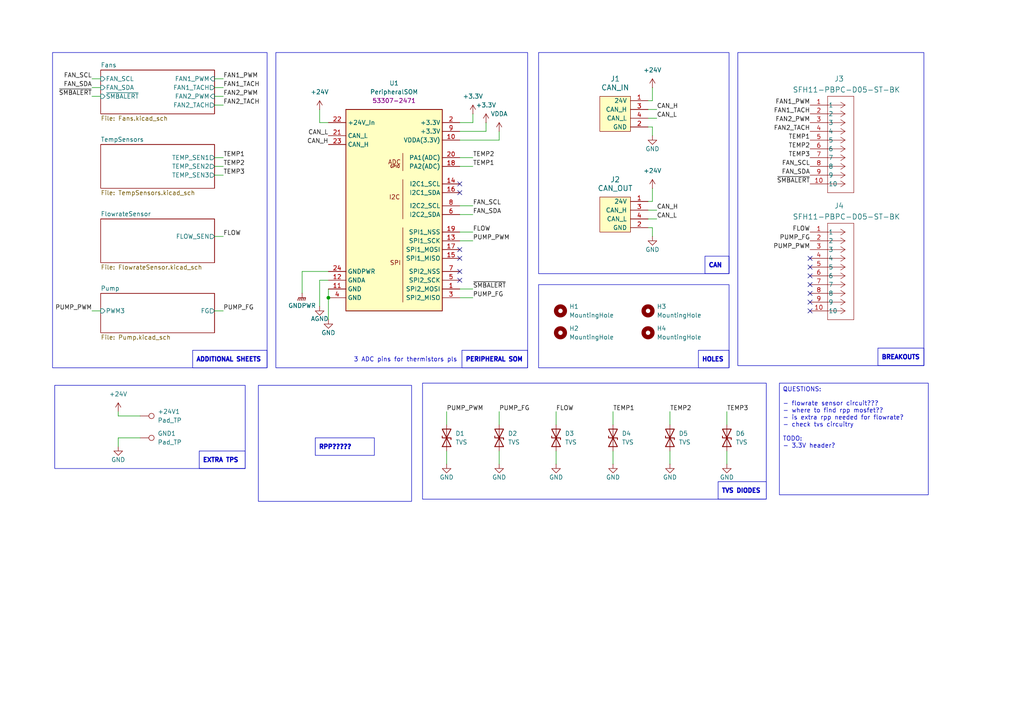
<source format=kicad_sch>
(kicad_sch (version 20250114) (generator "eeschema") (generator_version "9.0")
  (paper "A4")
  (lib_symbols
    (symbol "+3.3V_1" (power) (pin_numbers (hide yes)) (pin_names (offset 0) (hide yes))
      (property "Value" "+3.3V" (at 0 3.556 0))
      (symbol "+3.3V_1_0_1"
        (polyline (pts (xy -0.762 1.27) (xy 0 2.54)))
        (polyline (pts (xy 0 2.54) (xy 0.762 1.27)))
        (polyline (pts (xy 0 0) (xy 0 2.54)))
      )
      (symbol "+3.3V_1_1_1"
        (pin power_in line (at 0 0 90) (length 0) (name "~") (number "1"))
      )
    )
    (symbol "Connector:TestPoint" (pin_numbers (hide yes)) (pin_names (offset 0.762) (hide yes))
      (property "Reference" "TP" (at 0 6.858 0))
      (property "Value" "TestPoint" (at 0 5.08 0))
      (symbol "TestPoint_0_1"
        (circle (center 0 3.302) (radius 0.762))
      )
      (symbol "TestPoint_1_1"
        (pin passive line (at 0 0 90) (length 2.54) (name "1") (number "1"))
      )
    )
    (symbol "Device:D_TVS" (pin_numbers (hide yes)) (pin_names (offset 1.016) (hide yes))
      (property "Reference" "D" (at 0 2.54 0))
      (property "Value" "D_TVS" (at 0 -2.54 0))
      (symbol "D_TVS_0_1"
        (polyline (pts (xy -2.54 1.27) (xy -2.54 -1.27) (xy 2.54 1.27) (xy 2.54 -1.27) (xy -2.54 1.27)) (stroke (width 0.254)))
        (polyline (pts (xy 0.508 1.27) (xy 0 1.27) (xy 0 -1.27) (xy -0.508 -1.27)) (stroke (width 0.254)))
        (polyline (pts (xy 1.27 0) (xy -1.27 0)))
      )
      (symbol "D_TVS_1_1"
        (pin passive line (at -3.81 0 0) (length 2.54) (name "A1") (number "1"))
        (pin passive line (at 3.81 0 180) (length 2.54) (name "A2") (number "2"))
      )
    )
    (symbol "Mechanical:MountingHole" (pin_names (offset 1.016)) (exclude_from_sim yes) (in_bom no)
      (property "Reference" "H" (at 0 5.08 0))
      (property "Value" "MountingHole" (at 0 3.175 0))
      (symbol "MountingHole_0_1"
        (circle (center 0 0) (radius 1.27) (stroke (width 1.27)))
      )
    )
    (symbol "UTSVT_Connectors:SFH11-PBPC-D05-ST-BK" (pin_names (offset 0.254))
      (property "Reference" "J" (at 8.89 6.35 0))
      (property "Value" "SFH11-PBPC-D05-ST-BK" (at 0 0 0))
      (symbol "SFH11-PBPC-D05-ST-BK_1_1"
        (polyline (pts (xy 5.08 2.54) (xy 5.08 -25.4)) (stroke (width 0.127)))
        (polyline (pts (xy 5.08 -25.4) (xy 12.7 -25.4)) (stroke (width 0.127)))
        (polyline (pts (xy 10.16 0) (xy 5.08 0)) (stroke (width 0.127)))
        (polyline (pts (xy 10.16 0) (xy 8.89 0.8467)) (stroke (width 0.127)))
        (polyline (pts (xy 10.16 0) (xy 8.89 -0.8467)) (stroke (width 0.127)))
        (polyline (pts (xy 10.16 -2.54) (xy 5.08 -2.54)) (stroke (width 0.127)))
        (polyline (pts (xy 10.16 -2.54) (xy 8.89 -1.6933)) (stroke (width 0.127)))
        (polyline (pts (xy 10.16 -2.54) (xy 8.89 -3.3867)) (stroke (width 0.127)))
        (polyline (pts (xy 10.16 -5.08) (xy 5.08 -5.08)) (stroke (width 0.127)))
        (polyline (pts (xy 10.16 -5.08) (xy 8.89 -4.2333)) (stroke (width 0.127)))
        (polyline (pts (xy 10.16 -5.08) (xy 8.89 -5.9267)) (stroke (width 0.127)))
        (polyline (pts (xy 10.16 -7.62) (xy 5.08 -7.62)) (stroke (width 0.127)))
        (polyline (pts (xy 10.16 -7.62) (xy 8.89 -6.7733)) (stroke (width 0.127)))
        (polyline (pts (xy 10.16 -7.62) (xy 8.89 -8.4667)) (stroke (width 0.127)))
        (polyline (pts (xy 10.16 -10.16) (xy 5.08 -10.16)) (stroke (width 0.127)))
        (polyline (pts (xy 10.16 -10.16) (xy 8.89 -9.3133)) (stroke (width 0.127)))
        (polyline (pts (xy 10.16 -10.16) (xy 8.89 -11.0067)) (stroke (width 0.127)))
        (polyline (pts (xy 10.16 -12.7) (xy 5.08 -12.7)) (stroke (width 0.127)))
        (polyline (pts (xy 10.16 -12.7) (xy 8.89 -11.8533)) (stroke (width 0.127)))
        (polyline (pts (xy 10.16 -12.7) (xy 8.89 -13.5467)) (stroke (width 0.127)))
        (polyline (pts (xy 10.16 -15.24) (xy 5.08 -15.24)) (stroke (width 0.127)))
        (polyline (pts (xy 10.16 -15.24) (xy 8.89 -14.3933)) (stroke (width 0.127)))
        (polyline (pts (xy 10.16 -15.24) (xy 8.89 -16.0867)) (stroke (width 0.127)))
        (polyline (pts (xy 10.16 -17.78) (xy 5.08 -17.78)) (stroke (width 0.127)))
        (polyline (pts (xy 10.16 -17.78) (xy 8.89 -16.9333)) (stroke (width 0.127)))
        (polyline (pts (xy 10.16 -17.78) (xy 8.89 -18.6267)) (stroke (width 0.127)))
        (polyline (pts (xy 10.16 -20.32) (xy 5.08 -20.32)) (stroke (width 0.127)))
        (polyline (pts (xy 10.16 -20.32) (xy 8.89 -19.4733)) (stroke (width 0.127)))
        (polyline (pts (xy 10.16 -20.32) (xy 8.89 -21.1667)) (stroke (width 0.127)))
        (polyline (pts (xy 10.16 -22.86) (xy 5.08 -22.86)) (stroke (width 0.127)))
        (polyline (pts (xy 10.16 -22.86) (xy 8.89 -22.0133)) (stroke (width 0.127)))
        (polyline (pts (xy 10.16 -22.86) (xy 8.89 -23.7067)) (stroke (width 0.127)))
        (polyline (pts (xy 12.7 2.54) (xy 5.08 2.54)) (stroke (width 0.127)))
        (polyline (pts (xy 12.7 -25.4) (xy 12.7 2.54)) (stroke (width 0.127)))
        (pin unspecified line (at 0 0 0) (length 5.08) (name "1") (number "1"))
        (pin unspecified line (at 0 -2.54 0) (length 5.08) (name "2") (number "2"))
        (pin unspecified line (at 0 -5.08 0) (length 5.08) (name "3") (number "3"))
        (pin unspecified line (at 0 -7.62 0) (length 5.08) (name "4") (number "4"))
        (pin unspecified line (at 0 -10.16 0) (length 5.08) (name "5") (number "5"))
        (pin unspecified line (at 0 -12.7 0) (length 5.08) (name "6") (number "6"))
        (pin unspecified line (at 0 -15.24 0) (length 5.08) (name "7") (number "7"))
        (pin unspecified line (at 0 -17.78 0) (length 5.08) (name "8") (number "8"))
        (pin unspecified line (at 0 -20.32 0) (length 5.08) (name "9") (number "9"))
        (pin unspecified line (at 0 -22.86 0) (length 5.08) (name "10") (number "10"))
      )
      (symbol "SFH11-PBPC-D05-ST-BK_1_2"
        (polyline (pts (xy 5.08 2.54) (xy 5.08 -25.4)) (stroke (width 0.127)))
        (polyline (pts (xy 5.08 -25.4) (xy 12.7 -25.4)) (stroke (width 0.127)))
        (polyline (pts (xy 7.62 0) (xy 5.08 0)) (stroke (width 0.127)))
        (polyline (pts (xy 7.62 0) (xy 8.89 0.8467)) (stroke (width 0.127)))
        (polyline (pts (xy 7.62 0) (xy 8.89 -0.8467)) (stroke (width 0.127)))
        (polyline (pts (xy 7.62 -2.54) (xy 5.08 -2.54)) (stroke (width 0.127)))
        (polyline (pts (xy 7.62 -2.54) (xy 8.89 -1.6933)) (stroke (width 0.127)))
        (polyline (pts (xy 7.62 -2.54) (xy 8.89 -3.3867)) (stroke (width 0.127)))
        (polyline (pts (xy 7.62 -5.08) (xy 5.08 -5.08)) (stroke (width 0.127)))
        (polyline (pts (xy 7.62 -5.08) (xy 8.89 -4.2333)) (stroke (width 0.127)))
        (polyline (pts (xy 7.62 -5.08) (xy 8.89 -5.9267)) (stroke (width 0.127)))
        (polyline (pts (xy 7.62 -7.62) (xy 5.08 -7.62)) (stroke (width 0.127)))
        (polyline (pts (xy 7.62 -7.62) (xy 8.89 -6.7733)) (stroke (width 0.127)))
        (polyline (pts (xy 7.62 -7.62) (xy 8.89 -8.4667)) (stroke (width 0.127)))
        (polyline (pts (xy 7.62 -10.16) (xy 5.08 -10.16)) (stroke (width 0.127)))
        (polyline (pts (xy 7.62 -10.16) (xy 8.89 -9.3133)) (stroke (width 0.127)))
        (polyline (pts (xy 7.62 -10.16) (xy 8.89 -11.0067)) (stroke (width 0.127)))
        (polyline (pts (xy 7.62 -12.7) (xy 5.08 -12.7)) (stroke (width 0.127)))
        (polyline (pts (xy 7.62 -12.7) (xy 8.89 -11.8533)) (stroke (width 0.127)))
        (polyline (pts (xy 7.62 -12.7) (xy 8.89 -13.5467)) (stroke (width 0.127)))
        (polyline (pts (xy 7.62 -15.24) (xy 5.08 -15.24)) (stroke (width 0.127)))
        (polyline (pts (xy 7.62 -15.24) (xy 8.89 -14.3933)) (stroke (width 0.127)))
        (polyline (pts (xy 7.62 -15.24) (xy 8.89 -16.0867)) (stroke (width 0.127)))
        (polyline (pts (xy 7.62 -17.78) (xy 5.08 -17.78)) (stroke (width 0.127)))
        (polyline (pts (xy 7.62 -17.78) (xy 8.89 -16.9333)) (stroke (width 0.127)))
        (polyline (pts (xy 7.62 -17.78) (xy 8.89 -18.6267)) (stroke (width 0.127)))
        (polyline (pts (xy 7.62 -20.32) (xy 5.08 -20.32)) (stroke (width 0.127)))
        (polyline (pts (xy 7.62 -20.32) (xy 8.89 -19.4733)) (stroke (width 0.127)))
        (polyline (pts (xy 7.62 -20.32) (xy 8.89 -21.1667)) (stroke (width 0.127)))
        (polyline (pts (xy 7.62 -22.86) (xy 5.08 -22.86)) (stroke (width 0.127)))
        (polyline (pts (xy 7.62 -22.86) (xy 8.89 -22.0133)) (stroke (width 0.127)))
        (polyline (pts (xy 7.62 -22.86) (xy 8.89 -23.7067)) (stroke (width 0.127)))
        (polyline (pts (xy 12.7 2.54) (xy 5.08 2.54)) (stroke (width 0.127)))
        (polyline (pts (xy 12.7 -25.4) (xy 12.7 2.54)) (stroke (width 0.127)))
        (pin unspecified line (at 0 0 0) (length 5.08) (name "1") (number "1"))
        (pin unspecified line (at 0 -2.54 0) (length 5.08) (name "2") (number "2"))
        (pin unspecified line (at 0 -5.08 0) (length 5.08) (name "3") (number "3"))
        (pin unspecified line (at 0 -7.62 0) (length 5.08) (name "4") (number "4"))
        (pin unspecified line (at 0 -10.16 0) (length 5.08) (name "5") (number "5"))
        (pin unspecified line (at 0 -12.7 0) (length 5.08) (name "6") (number "6"))
        (pin unspecified line (at 0 -15.24 0) (length 5.08) (name "7") (number "7"))
        (pin unspecified line (at 0 -17.78 0) (length 5.08) (name "8") (number "8"))
        (pin unspecified line (at 0 -20.32 0) (length 5.08) (name "9") (number "9"))
        (pin unspecified line (at 0 -22.86 0) (length 5.08) (name "10") (number "10"))
      )
    )
    (symbol "power:+12V" (power) (pin_numbers (hide yes)) (pin_names (offset 0) (hide yes))
      (property "Value" "+12V" (at 0 3.556 0))
      (symbol "+12V_0_1"
        (polyline (pts (xy -0.762 1.27) (xy 0 2.54)))
        (polyline (pts (xy 0 2.54) (xy 0.762 1.27)))
        (polyline (pts (xy 0 0) (xy 0 2.54)))
      )
      (symbol "+12V_1_1"
        (pin power_in line (at 0 0 90) (length 0) (name "~") (number "1"))
      )
    )
    (symbol "power:+24V" (power) (pin_numbers (hide yes)) (pin_names (offset 0) (hide yes))
      (property "Value" "+24V" (at 0 3.556 0))
      (symbol "+24V_0_1"
        (polyline (pts (xy -0.762 1.27) (xy 0 2.54)))
        (polyline (pts (xy 0 2.54) (xy 0.762 1.27)))
        (polyline (pts (xy 0 0) (xy 0 2.54)))
      )
      (symbol "+24V_1_1"
        (pin power_in line (at 0 0 90) (length 0) (name "~") (number "1"))
      )
    )
    (symbol "power:GND" (power) (pin_numbers (hide yes)) (pin_names (offset 0) (hide yes))
      (property "Value" "GND" (at 0 -3.81 0))
      (symbol "GND_0_1"
        (polyline (pts (xy 0 0) (xy 0 -1.27) (xy 1.27 -1.27) (xy 0 -2.54) (xy -1.27 -1.27) (xy 0 -1.27)))
      )
      (symbol "GND_1_1"
        (pin power_in line (at 0 0 270) (length 0) (name "~") (number "1"))
      )
    )
    (symbol "power:GNDPWR" (power) (pin_numbers (hide yes)) (pin_names (offset 0) (hide yes))
      (property "Value" "GNDPWR" (at 0 -3.302 0))
      (symbol "GNDPWR_0_1"
        (polyline (pts (xy -1.016 -1.27) (xy -1.27 -2.032) (xy -1.27 -2.032)) (stroke (width 0.2032)))
        (polyline (pts (xy -0.508 -1.27) (xy -0.762 -2.032) (xy -0.762 -2.032)) (stroke (width 0.2032)))
        (polyline (pts (xy 0 -1.27) (xy 0 0)))
        (polyline (pts (xy 0 -1.27) (xy -0.254 -2.032) (xy -0.254 -2.032)) (stroke (width 0.2032)))
        (polyline (pts (xy 0.508 -1.27) (xy 0.254 -2.032) (xy 0.254 -2.032)) (stroke (width 0.2032)))
        (polyline (pts (xy 1.016 -1.27) (xy -1.016 -1.27) (xy -1.016 -1.27)) (stroke (width 0.2032)))
        (polyline (pts (xy 1.016 -1.27) (xy 0.762 -2.032) (xy 0.762 -2.032) (xy 0.762 -2.032)) (stroke (width 0.2032)))
      )
      (symbol "GNDPWR_1_1"
        (pin power_in line (at 0 0 270) (length 0) (name "~") (number "1"))
      )
    )
    (symbol "utsvt-misc:PeripheralSOM"
      (property "Reference" "U2" (at 0 36.83 0))
      (property "Value" "PeripheralSOM" (at 0 34.29 0))
      (property "P/N" "53307-2471" (at 0 31.75 0))
      (symbol "PeripheralSOM_1_1"
        (rectangle (start -13.97 29.21) (end 13.97 -29.21) (stroke (width 0.254)) (fill (type background)))
        (polyline (pts (xy 2.54 16.51) (xy 2.54 11.43)))
        (polyline (pts (xy 2.54 8.89) (xy 2.54 -2.54)))
        (polyline (pts (xy 2.54 -5.08) (xy 2.54 -26.67)))
        (text "GPIO" (at 1.778 12.7 0) (effects (font (size 0.8 0.8)) (justify right)))
        (text "I2C" (at 1.778 3.81 0) (effects (font (size 1.27 1.27)) (justify right)))
        (text "ADC" (at 2.032 13.97 0) (effects (font (size 1.27 1.27)) (justify right)))
        (text "SPI" (at 2.032 -15.24 0) (effects (font (size 1.27 1.27)) (justify right)))
        (pin input line (at -19.05 25.4 0) (length 5.08) (name "+24V_In") (number "22"))
        (pin passive line (at -19.05 21.59 0) (length 5.08) (name "CAN_L") (number "21"))
        (pin passive line (at -19.05 19.05 0) (length 5.08) (name "CAN_H") (number "23"))
        (pin passive line (at -19.05 -17.78 0) (length 5.08) (name "GNDPWR") (number "24"))
        (pin output line (at -19.05 -20.32 0) (length 5.08) (name "GNDA") (number "12"))
        (pin output line (at -19.05 -22.86 0) (length 5.08) (name "GND") (number "11"))
        (pin output line (at -19.05 -25.4 0) (length 5.08) (name "GND") (number "4"))
        (pin passive line (at 19.05 25.4 180) (length 5.08) (name "+3.3V") (number "2"))
        (pin output line (at 19.05 22.86 180) (length 5.08) (name "+3.3V") (number "9"))
        (pin passive line (at 19.05 20.32 180) (length 5.08) (name "VDDA(3.3V)") (number "10"))
        (pin passive line (at 19.05 15.24 180) (length 5.08) (name "PA1(ADC)") (number "20"))
        (pin passive line (at 19.05 12.7 180) (length 5.08) (name "PA2(ADC)") (number "18"))
        (pin passive line (at 19.05 7.62 180) (length 5.08) (name "I2C1_SCL") (number "14"))
        (pin passive line (at 19.05 5.08 180) (length 5.08) (name "I2C1_SDA") (number "16"))
        (pin passive line (at 19.05 1.27 180) (length 5.08) (name "I2C2_SCL") (number "8"))
        (pin passive line (at 19.05 -1.27 180) (length 5.08) (name "I2C2_SDA") (number "6"))
        (pin passive line (at 19.05 -6.35 180) (length 5.08) (name "SPI1_NSS") (number "19"))
        (pin passive line (at 19.05 -8.89 180) (length 5.08) (name "SPI1_SCK") (number "13"))
        (pin passive line (at 19.05 -11.43 180) (length 5.08) (name "SPI1_MOSI") (number "17"))
        (pin passive line (at 19.05 -13.97 180) (length 5.08) (name "SPI1_MISO") (number "15"))
        (pin passive line (at 19.05 -17.78 180) (length 5.08) (name "SPI2_NSS") (number "7"))
        (pin passive line (at 19.05 -20.32 180) (length 5.08) (name "SPI2_SCK") (number "5"))
        (pin passive line (at 19.05 -22.86 180) (length 5.08) (name "SPI2_MOSI") (number "1"))
        (pin passive line (at 19.05 -25.4 180) (length 5.08) (name "SPI2_MISO") (number "3"))
      )
    )
    (symbol "utsvt_connectors:PeripheralCANConnector" (pin_names (offset 1.016))
      (property "Reference" "J" (at 0.762 9.144 0))
      (property "Value" "PeripheralCAN" (at 8.128 6.858 0))
      (symbol "PeripheralCANConnector_0_1"
        (rectangle (start -3.81 5.08) (end 5.08 -5.08) (fill (type background)))
      )
      (symbol "PeripheralCANConnector_1_1"
        (pin power_in line (at 10.16 3.81 180) (length 5.08) (name "24V") (number "1"))
        (pin bidirectional line (at 10.16 1.27 180) (length 5.08) (name "CAN_H") (number "3"))
        (pin bidirectional line (at 10.16 -1.27 180) (length 5.08) (name "CAN_L") (number "4"))
        (pin power_in line (at 10.16 -3.81 180) (length 5.08) (name "GND") (number "2"))
      )
    )
  )
  (rectangle (start 74.93 111.76) (end 119.38 145.415))
  (rectangle (start 122.555 111.125) (end 222.25 144.78))
  (rectangle (start 15.24 15.24) (end 77.47 106.68))
  (rectangle (start 156.21 82.55) (end 211.455 106.68))
  (rectangle (start 80.01 15.24) (end 153.035 106.68))
  (rectangle (start 213.995 15.24) (end 267.97 106.045))
  (rectangle (start 15.875 111.76) (end 71.12 135.89))
  (rectangle (start 156.21 15.24) (end 211.455 79.375))
  (text "3 ADC pins for thermistors pls" (at 117.602 104.394 0) (effects (font (size 1.27 1.27))))
  (text_box "TVS DIODES" (at 208.28 139.7 0) (size 13.97 5.08) (margins 0.9525 0.9525 0.9525 0.9525) (effects (font (size 1.27 1.27) (thickness 0.381) (bold yes)) (justify left)))
  (text_box "PERIPHERAL SOM" (at 133.985 101.6 0) (size 19.05 5.08) (margins 0.9525 0.9525 0.9525 0.9525) (effects (font (size 1.27 1.27) (thickness 0.381) (bold yes)) (justify left)))
  (text_box "HOLES" (at 202.565 101.6 0) (size 8.89 5.08) (margins 0.9525 0.9525 0.9525 0.9525) (effects (font (size 1.27 1.27) (thickness 0.381) (bold yes)) (justify left)))
  (text_box "CAN" (at 204.47 74.295 0) (size 6.985 5.08) (margins 0.9525 0.9525 0.9525 0.9525) (effects (font (size 1.27 1.27) (thickness 0.381) (bold yes)) (justify left)))
  (text_box "BREAKOUTS" (at 254.635 100.965 0) (size 13.335 5.08) (margins 0.9525 0.9525 0.9525 0.9525) (effects (font (size 1.27 1.27) (thickness 0.381) (bold yes)) (justify left)))
  (text_box "QUESTIONS:\n\n- flowrate sensor circuit???\n- where to find rpp mosfet??\n- is extra rpp needed for flowrate?\n- check tvs circuitry\n\nTODO:\n- 3.3V header?" (at 226.06 111.125 0) (size 43.18 32.385) (margins 0.9525 0.9525 0.9525 0.9525) (effects (font (size 1.27 1.27)) (justify left top)))
  (text_box "ADDITIONAL SHEETS" (at 55.88 101.6 0) (size 21.59 5.08) (margins 0.9525 0.9525 0.9525 0.9525) (effects (font (size 1.27 1.27) (thickness 0.381) (bold yes)) (justify left)))
  (text_box "EXTRA TPS" (at 57.785 130.81 0) (size 13.335 5.08) (margins 0.9525 0.9525 0.9525 0.9525) (effects (font (size 1.27 1.27) (thickness 0.381) (bold yes)) (justify left)))
  (text_box "RPP?????" (at 91.44 127 0) (size 17.145 5.08) (margins 0.9525 0.9525 0.9525 0.9525) (effects (font (size 1.27 1.27) (thickness 0.381) (bold yes)) (justify left)))
  (junction (at 95.25 86.36))
  (no_connect (at 133.35 72.39))
  (no_connect (at 133.35 78.74))
  (no_connect (at 133.35 81.28))
  (no_connect (at 234.95 85.09))
  (no_connect (at 234.95 90.17))
  (no_connect (at 234.95 74.93))
  (no_connect (at 234.95 87.63))
  (no_connect (at 234.95 80.01))
  (no_connect (at 234.95 82.55))
  (no_connect (at 133.35 74.93))
  (no_connect (at 234.95 77.47))
  (no_connect (at 133.35 55.88))
  (no_connect (at 133.35 53.34))
  (wire (pts (xy 189.23 66.04) (xy 189.23 68.58)))
  (wire (pts (xy 144.78 130.81) (xy 144.78 134.62)))
  (wire (pts (xy 190.5 60.96) (xy 187.96 60.96)))
  (wire (pts (xy 187.96 36.83) (xy 189.23 36.83)))
  (wire (pts (xy 189.23 29.21) (xy 187.96 29.21)))
  (wire (pts (xy 144.78 38.1) (xy 144.78 40.64)))
  (wire (pts (xy 26.67 27.94) (xy 29.21 27.94)))
  (wire (pts (xy 62.23 27.94) (xy 64.77 27.94)))
  (wire (pts (xy 133.35 62.23) (xy 137.16 62.23)))
  (wire (pts (xy 189.23 58.42) (xy 187.96 58.42)))
  (wire (pts (xy 133.35 35.56) (xy 137.16 35.56)))
  (wire (pts (xy 62.23 25.4) (xy 64.77 25.4)))
  (wire (pts (xy 62.23 45.72) (xy 64.77 45.72)))
  (wire (pts (xy 26.67 90.17) (xy 29.21 90.17)))
  (wire (pts (xy 194.31 130.81) (xy 194.31 134.62)))
  (wire (pts (xy 34.29 120.65) (xy 34.29 119.38)))
  (wire (pts (xy 92.71 88.9) (xy 92.71 81.28)))
  (wire (pts (xy 189.23 25.4) (xy 189.23 29.21)))
  (wire (pts (xy 144.78 40.64) (xy 133.35 40.64)))
  (wire (pts (xy 187.96 66.04) (xy 189.23 66.04)))
  (wire (pts (xy 133.35 83.82) (xy 137.16 83.82)))
  (wire (pts (xy 133.35 45.72) (xy 137.16 45.72)))
  (wire (pts (xy 133.35 86.36) (xy 137.16 86.36)))
  (wire (pts (xy 62.23 22.86) (xy 64.77 22.86)))
  (wire (pts (xy 26.67 25.4) (xy 29.21 25.4)))
  (wire (pts (xy 190.5 31.75) (xy 187.96 31.75)))
  (wire (pts (xy 189.23 54.61) (xy 189.23 58.42)))
  (wire (pts (xy 140.97 35.56) (xy 140.97 38.1)))
  (wire (pts (xy 210.82 119.38) (xy 210.82 123.19)))
  (wire (pts (xy 92.71 35.56) (xy 92.71 31.75)))
  (wire (pts (xy 87.63 85.09) (xy 87.63 78.74)))
  (wire (pts (xy 34.29 127) (xy 34.29 129.54)))
  (wire (pts (xy 95.25 83.82) (xy 95.25 86.36)))
  (wire (pts (xy 177.8 119.38) (xy 177.8 123.19)))
  (wire (pts (xy 190.5 63.5) (xy 187.96 63.5)))
  (wire (pts (xy 62.23 30.48) (xy 64.77 30.48)))
  (wire (pts (xy 190.5 34.29) (xy 187.96 34.29)))
  (wire (pts (xy 40.64 120.65) (xy 34.29 120.65)))
  (wire (pts (xy 133.35 48.26) (xy 137.16 48.26)))
  (wire (pts (xy 210.82 130.81) (xy 210.82 134.62)))
  (wire (pts (xy 140.97 38.1) (xy 133.35 38.1)))
  (wire (pts (xy 177.8 130.81) (xy 177.8 134.62)))
  (wire (pts (xy 161.29 119.38) (xy 161.29 123.19)))
  (wire (pts (xy 194.31 119.38) (xy 194.31 123.19)))
  (wire (pts (xy 62.23 68.58) (xy 64.77 68.58)))
  (wire (pts (xy 62.23 48.26) (xy 64.77 48.26)))
  (wire (pts (xy 189.23 36.83) (xy 189.23 39.37)))
  (wire (pts (xy 62.23 50.8) (xy 64.77 50.8)))
  (wire (pts (xy 129.54 119.38) (xy 129.54 123.19)))
  (wire (pts (xy 26.67 22.86) (xy 29.21 22.86)))
  (wire (pts (xy 161.29 130.81) (xy 161.29 134.62)))
  (wire (pts (xy 133.35 69.85) (xy 137.16 69.85)))
  (wire (pts (xy 92.71 81.28) (xy 95.25 81.28)))
  (wire (pts (xy 87.63 78.74) (xy 95.25 78.74)))
  (wire (pts (xy 95.25 35.56) (xy 92.71 35.56)))
  (wire (pts (xy 144.78 119.38) (xy 144.78 123.19)))
  (wire (pts (xy 129.54 130.81) (xy 129.54 134.62)))
  (wire (pts (xy 40.64 127) (xy 34.29 127)))
  (wire (pts (xy 133.35 67.31) (xy 137.16 67.31)))
  (wire (pts (xy 133.35 59.69) (xy 137.16 59.69)))
  (wire (pts (xy 137.16 35.56) (xy 137.16 33.02)))
  (wire (pts (xy 62.23 90.17) (xy 64.77 90.17)))
  (wire (pts (xy 95.25 86.36) (xy 95.25 92.71)))
  (label "PUMP_PWM" (at 234.95 72.39 180))
  (label "TEMP2" (at 234.95 43.18 180))
  (label "CAN_L" (at 190.5 63.5 0))
  (label "~{SMBALERT}" (at 137.16 83.82 0))
  (label "PUMP_FG" (at 234.95 69.85 180))
  (label "FAN_SDA" (at 26.67 25.4 180))
  (label "FAN_SCL" (at 234.95 48.26 180))
  (label "TEMP3" (at 64.77 50.8 0))
  (label "FAN1_TACH" (at 234.95 33.02 180))
  (label "TEMP3" (at 210.82 119.38 0))
  (label "FAN_SDA" (at 137.16 62.23 0))
  (label "FLOW" (at 137.16 67.31 0))
  (label "FAN_SCL" (at 26.67 22.86 180))
  (label "FAN2_PWM" (at 234.95 35.56 180))
  (label "PUMP_FG" (at 137.16 86.36 0))
  (label "FAN_SDA" (at 234.95 50.8 180))
  (label "FLOW" (at 161.29 119.38 0))
  (label "PUMP_PWM" (at 129.54 119.38 0))
  (label "CAN_H" (at 190.5 31.75 0))
  (label "PUMP_FG" (at 64.77 90.17 0))
  (label "CAN_L" (at 95.25 39.37 180))
  (label "TEMP2" (at 194.31 119.38 0))
  (label "PUMP_FG" (at 144.78 119.38 0))
  (label "PUMP_PWM" (at 26.67 90.17 180))
  (label "FLOW" (at 234.95 67.31 180))
  (label "TEMP1" (at 64.77 45.72 0))
  (label "CAN_H" (at 95.25 41.91 180))
  (label "FAN2_PWM" (at 64.77 27.94 0))
  (label "TEMP1" (at 137.16 48.26 0))
  (label "FAN1_PWM" (at 64.77 22.86 0))
  (label "FAN2_TACH" (at 234.95 38.1 180))
  (label "FLOW" (at 64.77 68.58 0))
  (label "TEMP2" (at 137.16 45.72 0))
  (label "FAN1_TACH" (at 64.77 25.4 0))
  (label "TEMP3" (at 234.95 45.72 180))
  (label "TEMP2" (at 64.77 48.26 0))
  (label "FAN2_TACH" (at 64.77 30.48 0))
  (label "FAN1_PWM" (at 234.95 30.48 180))
  (label "FAN_SCL" (at 137.16 59.69 0))
  (label "~{SMBALERT}" (at 234.95 53.34 180))
  (label "CAN_L" (at 190.5 34.29 0))
  (label "TEMP1" (at 234.95 40.64 180))
  (label "~{SMBALERT}" (at 26.67 27.94 180))
  (label "PUMP_PWM" (at 137.16 69.85 0))
  (label "TEMP1" (at 177.8 119.38 0))
  (label "CAN_H" (at 190.5 60.96 0))
  (symbol (lib_id "power:+12V") (at 189.23 25.4 0) (unit 1)
    (property "Reference" "#PWR014" (effects (hide yes)))
    (property "Value" "+24V" (at 189.23 20.32 0))
    (property "Description" "Power symbol creates a global label with name \"+12V\"" (effects (hide yes)))
  )
  (symbol (lib_id "power:GND") (at 189.23 39.37 0) (unit 1)
    (property "Reference" "#PWR015" (effects (hide yes)))
    (property "Value" "GND" (at 189.23 43.18 0))
    (property "Description" "Power symbol creates a global label with name \"GND\" , ground" (effects (hide yes)))
  )
  (symbol (lib_id "power:GNDPWR") (at 87.63 85.09 0) (unit 1)
    (property "Reference" "#PWR03" (effects (hide yes)))
    (property "Value" "GNDPWR" (at 83.566 88.646 0) (effects (justify left)))
    (property "Description" "Power symbol creates a global label with name \"GNDPWR\" , global ground" (effects (hide yes)))
  )
  (symbol (lib_id "power:+12V") (at 189.23 54.61 0) (unit 1)
    (property "Reference" "#PWR016" (effects (hide yes)))
    (property "Value" "+24V" (at 189.23 49.53 0))
    (property "Description" "Power symbol creates a global label with name \"+12V\"" (effects (hide yes)))
  )
  (symbol (lib_id "UTSVT_Connectors:SFH11-PBPC-D05-ST-BK") (at 234.95 30.48 0) (unit 1)
    (property "Reference" "J3" (at 241.935 22.86 0) (effects (font (size 1.524 1.524)) (justify left)))
    (property "Value" "SFH11-PBPC-D05-ST-BK" (at 229.87 26.035 0) (effects (font (size 1.524 1.524)) (justify left)))
    (property "Footprint" "UTSVT_Connectors:CONN_SFH11-xxxC-D05-ST-XX_SUL" (effects (hide yes)))
    (property "Datasheet" "SFH11-PBPC-D05-ST-BK" (effects (hide yes)))
  )
  (symbol (lib_id "Mechanical:MountingHole") (at 162.56 96.52 0) (unit 1)
    (property "Reference" "H2" (at 165.1 95.2499 0) (effects (justify left)))
    (property "Value" "MountingHole" (at 165.1 97.7899 0) (effects (justify left)))
    (property "Footprint" "MountingHole:MountingHole_3.2mm_M3" (effects (hide yes)))
    (property "Description" "Mounting Hole without connection" (effects (hide yes)))
  )
  (symbol (lib_id "Connector:TestPoint") (at 40.64 120.65 270) (unit 1)
    (property "Reference" "+24V1" (at 45.72 119.3799 90) (effects (justify left)))
    (property "Value" "Pad_TP" (at 45.72 121.9199 90) (effects (justify left)))
    (property "Footprint" "UTSVT_Special:TestPoint_HEX_3mmID" (effects (hide yes)))
    (property "Description" "test point" (effects (hide yes)))
  )
  (symbol (lib_id "power:GND") (at 95.25 92.71 0) (unit 1)
    (property "Reference" "#PWR06" (effects (hide yes)))
    (property "Value" "GND" (at 95.25 96.52 0))
    (property "Description" "Power symbol creates a global label with name \"GND\" , ground" (effects (hide yes)))
  )
  (symbol (lib_name "+3.3V_1") (lib_id "power:+3.3V") (at 144.78 38.1 0) (unit 1)
    (property "Reference" "#PWR010" (effects (hide yes)))
    (property "Value" "VDDA" (at 144.78 33.02 0))
    (property "Description" "Power symbol creates a global label with name \"+3.3V\"" (effects (hide yes)))
  )
  (symbol (lib_id "power:GND") (at 210.82 134.62 0) (unit 1)
    (property "Reference" "#PWR019" (effects (hide yes)))
    (property "Value" "GND" (at 210.82 138.43 0))
    (property "Description" "Power symbol creates a global label with name \"GND\" , ground" (effects (hide yes)))
  )
  (symbol (lib_id "Device:D_TVS") (at 210.82 127 90) (unit 1)
    (property "Reference" "D6" (at 213.36 125.7299 90) (effects (justify right)))
    (property "Value" "TVS" (at 213.36 128.2699 90) (effects (justify right)))
    (property "Footprint" "Diode_SMD:D_0603_1608Metric" (effects (hide yes)))
    (property "Description" "Bidirectional transient-voltage-suppression diode" (effects (hide yes)))
    (property "P/N" "CPDUC5V0R-HF " (effects (hide yes)))
  )
  (symbol (lib_id "power:GND") (at 161.29 134.62 0) (unit 1)
    (property "Reference" "#PWR012" (effects (hide yes)))
    (property "Value" "GND" (at 161.29 138.43 0))
    (property "Description" "Power symbol creates a global label with name \"GND\" , ground" (effects (hide yes)))
  )
  (symbol (lib_id "power:GND") (at 129.54 134.62 0) (unit 1)
    (property "Reference" "#PWR07" (effects (hide yes)))
    (property "Value" "GND" (at 129.54 138.43 0))
    (property "Description" "Power symbol creates a global label with name \"GND\" , ground" (effects (hide yes)))
  )
  (symbol (lib_id "power:+12V") (at 34.29 119.38 0) (unit 1)
    (property "Reference" "#PWR01" (effects (hide yes)))
    (property "Value" "+24V" (at 34.29 114.3 0))
    (property "Description" "Power symbol creates a global label with name \"+12V\"" (effects (hide yes)))
  )
  (symbol (lib_id "Mechanical:MountingHole") (at 187.96 96.52 0) (unit 1)
    (property "Reference" "H4" (at 190.5 95.2499 0) (effects (justify left)))
    (property "Value" "MountingHole" (at 190.5 97.7899 0) (effects (justify left)))
    (property "Footprint" "MountingHole:MountingHole_3.2mm_M3" (effects (hide yes)))
    (property "Description" "Mounting Hole without connection" (effects (hide yes)))
  )
  (symbol (lib_id "Device:D_TVS") (at 161.29 127 90) (unit 1)
    (property "Reference" "D3" (at 163.83 125.7299 90) (effects (justify right)))
    (property "Value" "TVS" (at 163.83 128.2699 90) (effects (justify right)))
    (property "Footprint" "Diode_SMD:D_0603_1608Metric" (effects (hide yes)))
    (property "Description" "Bidirectional transient-voltage-suppression diode" (effects (hide yes)))
    (property "P/N" "CPDUC5V0R-HF " (effects (hide yes)))
  )
  (symbol (lib_name "+3.3V_1") (lib_id "power:+3.3V") (at 137.16 33.02 0) (unit 1)
    (property "Reference" "#PWR08" (effects (hide yes)))
    (property "Value" "+3.3V" (at 137.16 27.94 0))
    (property "Description" "Power symbol creates a global label with name \"+3.3V\"" (effects (hide yes)))
  )
  (symbol (lib_id "power:GND") (at 177.8 134.62 0) (unit 1)
    (property "Reference" "#PWR013" (effects (hide yes)))
    (property "Value" "GND" (at 177.8 138.43 0))
    (property "Description" "Power symbol creates a global label with name \"GND\" , ground" (effects (hide yes)))
  )
  (symbol (lib_id "power:+24V") (at 92.71 31.75 0) (unit 1)
    (property "Reference" "#PWR04" (effects (hide yes)))
    (property "Value" "+24V" (at 92.71 26.67 0))
    (property "Description" "Power symbol creates a global label with name \"+24V\"" (effects (hide yes)))
  )
  (symbol (lib_id "Device:D_TVS") (at 194.31 127 90) (unit 1)
    (property "Reference" "D5" (at 196.85 125.7299 90) (effects (justify right)))
    (property "Value" "TVS" (at 196.85 128.2699 90) (effects (justify right)))
    (property "Footprint" "Diode_SMD:D_0603_1608Metric" (effects (hide yes)))
    (property "Description" "Bidirectional transient-voltage-suppression diode" (effects (hide yes)))
    (property "P/N" "CPDUC5V0R-HF " (effects (hide yes)))
  )
  (symbol (lib_id "Connector:TestPoint") (at 40.64 127 270) (unit 1)
    (property "Reference" "GND1" (at 45.72 125.7299 90) (effects (justify left)))
    (property "Value" "Pad_TP" (at 45.72 128.2699 90) (effects (justify left)))
    (property "Footprint" "UTSVT_Special:TestPoint_HEX_3mmID" (effects (hide yes)))
    (property "Description" "test point" (effects (hide yes)))
  )
  (symbol (lib_id "power:GND") (at 194.31 134.62 0) (unit 1)
    (property "Reference" "#PWR018" (effects (hide yes)))
    (property "Value" "GND" (at 194.31 138.43 0))
    (property "Description" "Power symbol creates a global label with name \"GND\" , ground" (effects (hide yes)))
  )
  (symbol (lib_id "power:GND") (at 189.23 68.58 0) (unit 1)
    (property "Reference" "#PWR017" (effects (hide yes)))
    (property "Value" "GND" (at 189.23 72.39 0))
    (property "Description" "Power symbol creates a global label with name \"GND\" , ground" (effects (hide yes)))
  )
  (symbol (lib_id "UTSVT_Connectors:SFH11-PBPC-D05-ST-BK") (at 234.95 67.31 0) (unit 1)
    (property "Reference" "J4" (at 241.935 59.69 0) (effects (font (size 1.524 1.524)) (justify left)))
    (property "Value" "SFH11-PBPC-D05-ST-BK" (at 229.87 62.865 0) (effects (font (size 1.524 1.524)) (justify left)))
    (property "Footprint" "UTSVT_Connectors:CONN_SFH11-xxxC-D05-ST-XX_SUL" (effects (hide yes)))
    (property "Datasheet" "SFH11-PBPC-D05-ST-BK" (effects (hide yes)))
  )
  (symbol (lib_id "power:GND") (at 144.78 134.62 0) (unit 1)
    (property "Reference" "#PWR011" (effects (hide yes)))
    (property "Value" "GND" (at 144.78 138.43 0))
    (property "Description" "Power symbol creates a global label with name \"GND\" , ground" (effects (hide yes)))
  )
  (symbol (lib_id "utsvt_connectors:PeripheralCANConnector") (at 177.8 62.23 0) (unit 1)
    (property "Reference" "J2" (at 178.435 52.07 0) (effects (font (size 1.524 1.524))))
    (property "Value" "CAN_OUT" (at 178.435 54.61 0) (effects (font (size 1.524 1.524))))
    (property "Footprint" "UTSVT_Connectors:Molex_Nano-Fit_105309-xx04_1x04_P2.50mm_Vertical" (effects (hide yes)))
    (property "Datasheet" "kicad-embed://1053091204_sd.pdf" (effects (hide yes)))
    (property "Description" "Connection to the car's Peripheral CAN bus." (effects (hide yes)))
    (property "P/N" "105309-1204 " (effects (hide yes)))
  )
  (symbol (lib_id "Mechanical:MountingHole") (at 162.56 90.17 0) (unit 1)
    (property "Reference" "H1" (at 165.1 88.8999 0) (effects (justify left)))
    (property "Value" "MountingHole" (at 165.1 91.4399 0) (effects (justify left)))
    (property "Footprint" "MountingHole:MountingHole_3.2mm_M3" (effects (hide yes)))
    (property "Description" "Mounting Hole without connection" (effects (hide yes)))
  )
  (symbol (lib_id "Device:D_TVS") (at 177.8 127 90) (unit 1)
    (property "Reference" "D4" (at 180.34 125.7299 90) (effects (justify right)))
    (property "Value" "TVS" (at 180.34 128.2699 90) (effects (justify right)))
    (property "Footprint" "Diode_SMD:D_0603_1608Metric" (effects (hide yes)))
    (property "Description" "Bidirectional transient-voltage-suppression diode" (effects (hide yes)))
    (property "P/N" "CPDUC5V0R-HF " (effects (hide yes)))
  )
  (symbol (lib_id "utsvt-misc:PeripheralSOM") (at 114.3 60.96 0) (unit 1)
    (property "Reference" "U1" (at 114.3 24.13 0))
    (property "Value" "PeripheralSOM" (at 114.3 26.67 0))
    (property "Footprint" "UTSVT_Special:PeripheralSOM" (effects (hide yes)))
    (property "Datasheet" "https://tools.molex.com/pdm_docs/sd/533072071_sd.pdf" (effects (hide yes)))
    (property "Description" "https://www.st.com/resource/en/datasheet/stm32l476je.pdf" (effects (hide yes)))
    (property "P/N" "53307-2471" (at 114.3 29.21 0))
    (property "Height" "3.85" (effects (hide yes)))
  )
  (symbol (lib_id "utsvt_connectors:PeripheralCANConnector") (at 177.8 33.02 0) (unit 1)
    (property "Reference" "J1" (at 178.435 22.86 0) (effects (font (size 1.524 1.524))))
    (property "Value" "CAN_IN" (at 178.435 25.4 0) (effects (font (size 1.524 1.524))))
    (property "Footprint" "UTSVT_Connectors:Molex_Nano-Fit_105309-xx04_1x04_P2.50mm_Vertical" (effects (hide yes)))
    (property "Datasheet" "kicad-embed://1053091204_sd.pdf" (effects (hide yes)))
    (property "Description" "Connection to the car's Peripheral CAN bus." (effects (hide yes)))
    (property "P/N" "105309-1204 " (effects (hide yes)))
  )
  (symbol (lib_id "power:GND") (at 92.71 88.9 0) (unit 1)
    (property "Reference" "#PWR05" (effects (hide yes)))
    (property "Value" "AGND" (at 92.71 92.456 0))
    (property "Description" "Power symbol creates a global label with name \"GND\" , ground" (effects (hide yes)))
  )
  (symbol (lib_id "power:GND") (at 34.29 129.54 0) (unit 1)
    (property "Reference" "#PWR02" (effects (hide yes)))
    (property "Value" "GND" (at 34.29 133.35 0))
    (property "Description" "Power symbol creates a global label with name \"GND\" , ground" (effects (hide yes)))
  )
  (symbol (lib_name "+3.3V_1") (lib_id "power:+3.3V") (at 140.97 35.56 0) (unit 1)
    (property "Reference" "#PWR09" (effects (hide yes)))
    (property "Value" "+3.3V" (at 140.97 30.48 0))
    (property "Description" "Power symbol creates a global label with name \"+3.3V\"" (effects (hide yes)))
  )
  (symbol (lib_id "Device:D_TVS") (at 129.54 127 90) (unit 1)
    (property "Reference" "D1" (at 132.08 125.7299 90) (effects (justify right)))
    (property "Value" "TVS" (at 132.08 128.2699 90) (effects (justify right)))
    (property "Footprint" "Diode_SMD:D_0603_1608Metric" (effects (hide yes)))
    (property "Description" "Bidirectional transient-voltage-suppression diode" (effects (hide yes)))
    (property "P/N" "CPDUC5V0R-HF " (effects (hide yes)))
  )
  (symbol (lib_id "Mechanical:MountingHole") (at 187.96 90.17 0) (unit 1)
    (property "Reference" "H3" (at 190.5 88.8999 0) (effects (justify left)))
    (property "Value" "MountingHole" (at 190.5 91.4399 0) (effects (justify left)))
    (property "Footprint" "MountingHole:MountingHole_3.2mm_M3" (effects (hide yes)))
    (property "Description" "Mounting Hole without connection" (effects (hide yes)))
  )
  (symbol (lib_id "Device:D_TVS") (at 144.78 127 90) (unit 1)
    (property "Reference" "D2" (at 147.32 125.7299 90) (effects (justify right)))
    (property "Value" "TVS" (at 147.32 128.2699 90) (effects (justify right)))
    (property "Footprint" "Diode_SMD:D_0603_1608Metric" (effects (hide yes)))
    (property "Description" "Bidirectional transient-voltage-suppression diode" (effects (hide yes)))
    (property "P/N" "CPDUC5V0R-HF " (effects (hide yes)))
  )
  (sheet (at 29.21 41.91) (size 33.02 12.7) (stroke (width 0.1524))
    (property "Sheetname" "TempSensors" (at 29.21 41.1984 0) (effects (justify left bottom)))
    (property "Sheetfile" "TempSensors.kicad_sch" (at 29.21 55.1946 0) (effects (justify left top)))
    (pin "TEMP_SEN1" output (at 62.23 45.72 0))
    (pin "TEMP_SEN2" output (at 62.23 48.26 0))
    (pin "TEMP_SEN3" output (at 62.23 50.8 0))
  )
  (sheet (at 29.21 85.09) (size 33.02 11.43) (stroke (width 0.1524))
    (property "Sheetname" "Pump" (at 29.21 84.3784 0) (effects (justify left bottom)))
    (property "Sheetfile" "Pump.kicad_sch" (at 29.21 97.1046 0) (effects (justify left top)))
    (pin "FG" output (at 62.23 90.17 0))
    (pin "PWM3" input (at 29.21 90.17 180))
  )
  (sheet (at 29.21 63.5) (size 33.02 12.7) (stroke (width 0.1524))
    (property "Sheetname" "FlowrateSensor" (at 29.21 62.7884 0) (effects (justify left bottom)))
    (property "Sheetfile" "FlowrateSensor.kicad_sch" (at 29.21 76.7846 0) (effects (justify left top)))
    (pin "FLOW_SEN" output (at 62.23 68.58 0))
  )
  (sheet (at 29.21 20.32) (size 33.02 12.7) (stroke (width 0.1524))
    (property "Sheetname" "Fans" (at 29.21 19.6084 0) (effects (justify left bottom)))
    (property "Sheetfile" "Fans.kicad_sch" (at 29.21 33.6046 0) (effects (justify left top)))
    (pin "FAN_SCL" input (at 29.21 22.86 180))
    (pin "FAN_SDA" input (at 29.21 25.4 180))
    (pin "~{SMBALERT}" input (at 29.21 27.94 180))
    (pin "FAN1_PWM" input (at 62.23 22.86 0))
    (pin "FAN1_TACH" output (at 62.23 25.4 0))
    (pin "FAN2_PWM" input (at 62.23 27.94 0))
    (pin "FAN2_TACH" output (at 62.23 30.48 0))
  )
)
</source>
